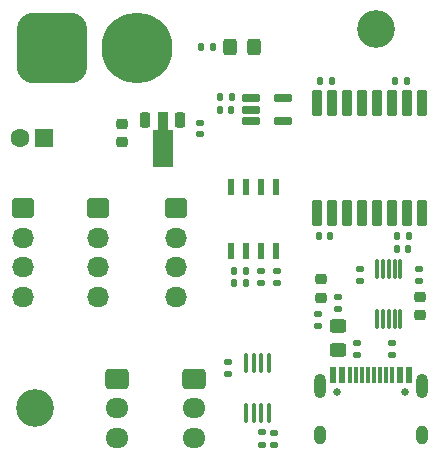
<source format=gbr>
%TF.GenerationSoftware,KiCad,Pcbnew,8.0.9-8.0.9-0~ubuntu22.04.1*%
%TF.CreationDate,2025-07-08T15:19:42+09:00*%
%TF.ProjectId,USB2DXL,55534232-4458-44c2-9e6b-696361645f70,rev?*%
%TF.SameCoordinates,Original*%
%TF.FileFunction,Soldermask,Top*%
%TF.FilePolarity,Negative*%
%FSLAX46Y46*%
G04 Gerber Fmt 4.6, Leading zero omitted, Abs format (unit mm)*
G04 Created by KiCad (PCBNEW 8.0.9-8.0.9-0~ubuntu22.04.1) date 2025-07-08 15:19:42*
%MOMM*%
%LPD*%
G01*
G04 APERTURE LIST*
G04 Aperture macros list*
%AMRoundRect*
0 Rectangle with rounded corners*
0 $1 Rounding radius*
0 $2 $3 $4 $5 $6 $7 $8 $9 X,Y pos of 4 corners*
0 Add a 4 corners polygon primitive as box body*
4,1,4,$2,$3,$4,$5,$6,$7,$8,$9,$2,$3,0*
0 Add four circle primitives for the rounded corners*
1,1,$1+$1,$2,$3*
1,1,$1+$1,$4,$5*
1,1,$1+$1,$6,$7*
1,1,$1+$1,$8,$9*
0 Add four rect primitives between the rounded corners*
20,1,$1+$1,$2,$3,$4,$5,0*
20,1,$1+$1,$4,$5,$6,$7,0*
20,1,$1+$1,$6,$7,$8,$9,0*
20,1,$1+$1,$8,$9,$2,$3,0*%
%AMFreePoly0*
4,1,9,3.862500,-0.866500,0.737500,-0.866500,0.737500,-0.450000,-0.737500,-0.450000,-0.737500,0.450000,0.737500,0.450000,0.737500,0.866500,3.862500,0.866500,3.862500,-0.866500,3.862500,-0.866500,$1*%
G04 Aperture macros list end*
%ADD10RoundRect,0.140000X-0.170000X0.140000X-0.170000X-0.140000X0.170000X-0.140000X0.170000X0.140000X0*%
%ADD11RoundRect,0.135000X-0.185000X0.135000X-0.185000X-0.135000X0.185000X-0.135000X0.185000X0.135000X0*%
%ADD12C,3.200000*%
%ADD13RoundRect,0.218750X0.256250X-0.218750X0.256250X0.218750X-0.256250X0.218750X-0.256250X-0.218750X0*%
%ADD14RoundRect,0.135000X0.135000X0.185000X-0.135000X0.185000X-0.135000X-0.185000X0.135000X-0.185000X0*%
%ADD15RoundRect,0.250000X-0.725000X0.600000X-0.725000X-0.600000X0.725000X-0.600000X0.725000X0.600000X0*%
%ADD16O,1.950000X1.700000*%
%ADD17RoundRect,0.218750X-0.256250X0.218750X-0.256250X-0.218750X0.256250X-0.218750X0.256250X0.218750X0*%
%ADD18RoundRect,0.135000X0.185000X-0.135000X0.185000X0.135000X-0.185000X0.135000X-0.185000X-0.135000X0*%
%ADD19RoundRect,0.225000X-0.250000X0.225000X-0.250000X-0.225000X0.250000X-0.225000X0.250000X0.225000X0*%
%ADD20RoundRect,0.250000X0.325000X0.450000X-0.325000X0.450000X-0.325000X-0.450000X0.325000X-0.450000X0*%
%ADD21RoundRect,0.140000X-0.140000X-0.170000X0.140000X-0.170000X0.140000X0.170000X-0.140000X0.170000X0*%
%ADD22RoundRect,0.250000X-0.675000X0.600000X-0.675000X-0.600000X0.675000X-0.600000X0.675000X0.600000X0*%
%ADD23O,1.850000X1.700000*%
%ADD24RoundRect,0.225000X-0.225000X0.425000X-0.225000X-0.425000X0.225000X-0.425000X0.225000X0.425000X0*%
%ADD25FreePoly0,270.000000*%
%ADD26RoundRect,0.100000X0.100000X-0.712500X0.100000X0.712500X-0.100000X0.712500X-0.100000X-0.712500X0*%
%ADD27RoundRect,0.162500X-0.617500X-0.162500X0.617500X-0.162500X0.617500X0.162500X-0.617500X0.162500X0*%
%ADD28RoundRect,0.140000X0.140000X0.170000X-0.140000X0.170000X-0.140000X-0.170000X0.140000X-0.170000X0*%
%ADD29R,0.558800X1.460500*%
%ADD30RoundRect,0.140000X0.170000X-0.140000X0.170000X0.140000X-0.170000X0.140000X-0.170000X-0.140000X0*%
%ADD31C,0.650000*%
%ADD32R,0.600000X1.450000*%
%ADD33R,0.300000X1.450000*%
%ADD34O,1.000000X2.100000*%
%ADD35O,1.000000X1.600000*%
%ADD36RoundRect,1.500000X-1.500000X-1.500000X1.500000X-1.500000X1.500000X1.500000X-1.500000X1.500000X0*%
%ADD37C,6.000000*%
%ADD38RoundRect,0.135000X-0.135000X-0.185000X0.135000X-0.185000X0.135000X0.185000X-0.135000X0.185000X0*%
%ADD39RoundRect,0.250000X0.450000X-0.325000X0.450000X0.325000X-0.450000X0.325000X-0.450000X-0.325000X0*%
%ADD40R,1.600000X1.600000*%
%ADD41C,1.600000*%
%ADD42RoundRect,0.100500X0.301500X-1.031500X0.301500X1.031500X-0.301500X1.031500X-0.301500X-1.031500X0*%
%ADD43RoundRect,0.087500X0.087500X-0.725000X0.087500X0.725000X-0.087500X0.725000X-0.087500X-0.725000X0*%
G04 APERTURE END LIST*
D10*
%TO.C,C8*%
X74828400Y-77068800D03*
X74828400Y-78028800D03*
%TD*%
D11*
%TO.C,R7*%
X73491000Y-77015150D03*
X73491000Y-78035150D03*
%TD*%
D12*
%TO.C,REF\u002A\u002A*%
X54356000Y-88646000D03*
%TD*%
D13*
%TO.C,D2*%
X86993000Y-80806000D03*
X86993000Y-79231000D03*
%TD*%
D11*
%TO.C,R4*%
X86866000Y-76869000D03*
X86866000Y-77889000D03*
%TD*%
D14*
%TO.C,R6*%
X85852000Y-60960000D03*
X84832000Y-60960000D03*
%TD*%
D15*
%TO.C,J3*%
X67818000Y-86186000D03*
D16*
X67818000Y-88686000D03*
X67818000Y-91186000D03*
%TD*%
D17*
%TO.C,D1*%
X78611000Y-77732500D03*
X78611000Y-79307500D03*
%TD*%
D18*
%TO.C,R3*%
X78357000Y-81697000D03*
X78357000Y-80677000D03*
%TD*%
D19*
%TO.C,C6*%
X61771400Y-64597400D03*
X61771400Y-66147400D03*
%TD*%
D20*
%TO.C,D3*%
X72916000Y-58115200D03*
X70866000Y-58115200D03*
%TD*%
D15*
%TO.C,J5*%
X61298000Y-86186000D03*
D16*
X61298000Y-88686000D03*
X61298000Y-91186000D03*
%TD*%
D18*
%TO.C,R2*%
X84582000Y-84124800D03*
X84582000Y-83104800D03*
%TD*%
D21*
%TO.C,C4*%
X78387000Y-74041000D03*
X79347000Y-74041000D03*
%TD*%
D14*
%TO.C,R8*%
X72239600Y-77063600D03*
X71219600Y-77063600D03*
%TD*%
D22*
%TO.C,J6*%
X53375000Y-71748000D03*
D23*
X53375000Y-74248000D03*
X53375000Y-76748000D03*
X53375000Y-79248000D03*
%TD*%
D21*
%TO.C,C2*%
X84993600Y-75218000D03*
X85953600Y-75218000D03*
%TD*%
D24*
%TO.C,U3*%
X66676400Y-64242400D03*
D25*
X65176400Y-64329900D03*
D24*
X63676400Y-64242400D03*
%TD*%
D22*
%TO.C,J4*%
X59690000Y-71748000D03*
D23*
X59690000Y-74248000D03*
X59690000Y-76748000D03*
X59690000Y-79248000D03*
%TD*%
D10*
%TO.C,C3*%
X81913000Y-76897000D03*
X81913000Y-77857000D03*
%TD*%
D26*
%TO.C,U5*%
X72218000Y-89061000D03*
X72868000Y-89061000D03*
X73518000Y-89061000D03*
X74168000Y-89061000D03*
X74168000Y-84836000D03*
X73518000Y-84836000D03*
X72868000Y-84836000D03*
X72218000Y-84836000D03*
%TD*%
D27*
%TO.C,U6*%
X72630100Y-62438200D03*
X72630100Y-63388200D03*
X72630100Y-64338200D03*
X75330100Y-64338200D03*
X75330100Y-62438200D03*
%TD*%
D11*
%TO.C,R11*%
X74625200Y-90720200D03*
X74625200Y-91740200D03*
%TD*%
D28*
%TO.C,R13*%
X70967600Y-63449200D03*
X70007600Y-63449200D03*
%TD*%
D29*
%TO.C,U4*%
X74803000Y-69919850D03*
X73533000Y-69919850D03*
X72263000Y-69919850D03*
X70993000Y-69919850D03*
X70993000Y-75368150D03*
X72263000Y-75368150D03*
X73533000Y-75368150D03*
X74803000Y-75368150D03*
%TD*%
D30*
%TO.C,C1*%
X80008000Y-80242000D03*
X80008000Y-79282000D03*
%TD*%
D10*
%TO.C,C7*%
X68375400Y-64496400D03*
X68375400Y-65456400D03*
%TD*%
D14*
%TO.C,R12*%
X71020400Y-62306200D03*
X70000400Y-62306200D03*
%TD*%
D31*
%TO.C,J2*%
X79914000Y-87316000D03*
X85694000Y-87316000D03*
D32*
X79554000Y-85871000D03*
X80354000Y-85871000D03*
D33*
X81554000Y-85871000D03*
X82554000Y-85871000D03*
X83054000Y-85871000D03*
X84054000Y-85871000D03*
D32*
X85254000Y-85871000D03*
X86054000Y-85871000D03*
X86054000Y-85871000D03*
X85254000Y-85871000D03*
D33*
X84554000Y-85871000D03*
X83554000Y-85871000D03*
X82054000Y-85871000D03*
X81054000Y-85871000D03*
D32*
X80354000Y-85871000D03*
X79554000Y-85871000D03*
D34*
X78484000Y-86786000D03*
D35*
X78484000Y-90966000D03*
D34*
X87124000Y-86786000D03*
D35*
X87124000Y-90966000D03*
%TD*%
D36*
%TO.C,J1*%
X55792000Y-58166000D03*
D37*
X62992000Y-58166000D03*
%TD*%
D22*
%TO.C,J7*%
X66294000Y-71748000D03*
D23*
X66294000Y-74248000D03*
X66294000Y-76748000D03*
X66294000Y-79248000D03*
%TD*%
D38*
%TO.C,R5*%
X84984400Y-74041000D03*
X86004400Y-74041000D03*
%TD*%
D18*
%TO.C,R1*%
X81659000Y-84124800D03*
X81659000Y-83104800D03*
%TD*%
D39*
%TO.C,F1*%
X80008000Y-83736000D03*
X80008000Y-81686000D03*
%TD*%
D11*
%TO.C,R10*%
X73571000Y-90718200D03*
X73571000Y-91738200D03*
%TD*%
D12*
%TO.C,REF\u002A\u002A*%
X83261200Y-56591200D03*
%TD*%
D38*
%TO.C,R9*%
X71221600Y-78079600D03*
X72241600Y-78079600D03*
%TD*%
D10*
%TO.C,C9*%
X70713600Y-84790400D03*
X70713600Y-85750400D03*
%TD*%
D21*
%TO.C,C5*%
X78516600Y-60960000D03*
X79476600Y-60960000D03*
%TD*%
D40*
%TO.C,C10*%
X55086000Y-65786000D03*
D41*
X53086000Y-65786000D03*
%TD*%
D38*
%TO.C,R14*%
X68423600Y-58115200D03*
X69443600Y-58115200D03*
%TD*%
D42*
%TO.C,U2*%
X78232000Y-72136000D03*
X79502000Y-72136000D03*
X80772000Y-72136000D03*
X82042000Y-72136000D03*
X83312000Y-72136000D03*
X84582000Y-72136000D03*
X85852000Y-72136000D03*
X87122000Y-72136000D03*
X87122000Y-62856000D03*
X85852000Y-62856000D03*
X84582000Y-62856000D03*
X83312000Y-62856000D03*
X82042000Y-62856000D03*
X80772000Y-62856000D03*
X79502000Y-62856000D03*
X78232000Y-62856000D03*
%TD*%
D43*
%TO.C,U1*%
X83310000Y-81094000D03*
X83810000Y-81094000D03*
X84310000Y-81094000D03*
X84810000Y-81094000D03*
X85310000Y-81094000D03*
X85310000Y-76869000D03*
X84810000Y-76869000D03*
X84310000Y-76869000D03*
X83810000Y-76869000D03*
X83310000Y-76869000D03*
%TD*%
M02*

</source>
